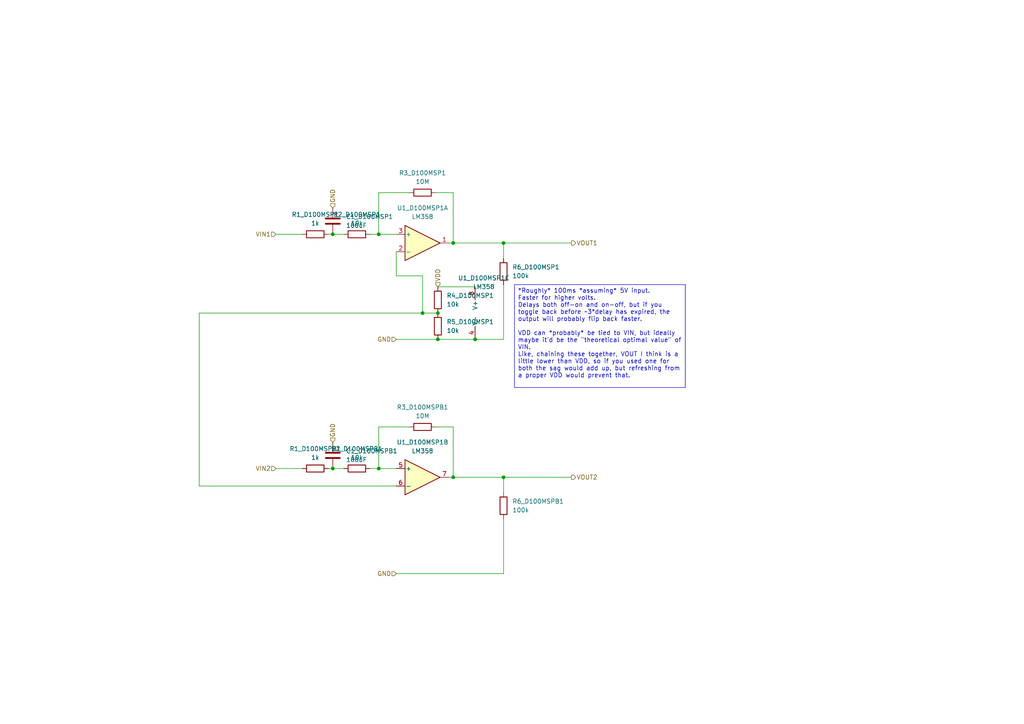
<source format=kicad_sch>
(kicad_sch (version 20230121) (generator eeschema)
  (paper "A4")
  (lib_symbols
    (symbol "Amplifier_Operational:LM358" (pin_names (offset 0.127))
      (property "Reference" "U" (at 0 5.08 0))
      (property "Value" "LM358" (at 0 -5.08 0))
      (symbol "LM358_1_1"
        (polyline (pts (xy -5.08 5.08) (xy 5.08 0) (xy -5.08 -5.08) (xy -5.08 5.08)) (stroke (width 0.254)) (fill (type background)))
        (pin output line (at 7.62 0 180) (length 2.54) (name "~") (number "1"))
        (pin input line (at -7.62 -2.54 0) (length 2.54) (name "-") (number "2"))
        (pin input line (at -7.62 2.54 0) (length 2.54) (name "+") (number "3"))
      )
      (symbol "LM358_2_1"
        (polyline (pts (xy -5.08 5.08) (xy 5.08 0) (xy -5.08 -5.08) (xy -5.08 5.08)) (stroke (width 0.254)) (fill (type background)))
        (pin input line (at -7.62 2.54 0) (length 2.54) (name "+") (number "5"))
        (pin input line (at -7.62 -2.54 0) (length 2.54) (name "-") (number "6"))
        (pin output line (at 7.62 0 180) (length 2.54) (name "~") (number "7"))
      )
      (symbol "LM358_3_1"
        (pin power_in line (at -2.54 -7.62 90) (length 3.81) (name "V-") (number "4"))
        (pin power_in line (at -2.54 7.62 270) (length 3.81) (name "V+") (number "8"))
      )
    )
    (symbol "Device:C" (pin_numbers hide) (pin_names (offset 0.254))
      (property "Reference" "C" (at 0.635 2.54 0))
      (property "Value" "C" (at 0.635 -2.54 0))
      (symbol "C_0_1"
        (polyline (pts (xy -2.032 -0.762) (xy 2.032 -0.762)) (stroke (width 0.508)))
        (polyline (pts (xy -2.032 0.762) (xy 2.032 0.762)) (stroke (width 0.508)))
      )
      (symbol "C_1_1"
        (pin passive line (at 0 3.81 270) (length 2.794) (name "~") (number "1"))
        (pin passive line (at 0 -3.81 90) (length 2.794) (name "~") (number "2"))
      )
    )
    (symbol "Device:R" (pin_numbers hide) (pin_names (offset 0))
      (property "Reference" "R" (at 2.032 0 90))
      (property "Value" "R" (at 0 0 90))
      (symbol "R_0_1"
        (rectangle (start -1.016 -2.54) (end 1.016 2.54) (stroke (width 0.254)))
      )
      (symbol "R_1_1"
        (pin passive line (at 0 3.81 270) (length 1.27) (name "~") (number "1"))
        (pin passive line (at 0 -3.81 90) (length 1.27) (name "~") (number "2"))
      )
    )
  )
  (junction (at 127 90.805))
  (junction (at 127 98.425))
  (junction (at 109.855 135.89))
  (junction (at 109.855 67.945))
  (junction (at 146.05 138.43))
  (junction (at 96.52 67.945))
  (junction (at 96.52 135.89))
  (junction (at 146.05 70.485))
  (junction (at 137.795 98.425))
  (junction (at 131.445 70.485))
  (junction (at 122.555 90.805))
  (junction (at 131.445 138.43))
  (wire (pts (xy 114.935 98.425) (xy 127 98.425)))
  (wire (pts (xy 96.52 135.89) (xy 99.695 135.89)))
  (wire (pts (xy 107.315 67.945) (xy 109.855 67.945)))
  (wire (pts (xy 109.855 135.89) (xy 114.935 135.89)))
  (wire (pts (xy 146.05 70.485) (xy 165.735 70.485)))
  (wire (pts (xy 57.785 90.805) (xy 122.555 90.805)))
  (wire (pts (xy 131.445 138.43) (xy 146.05 138.43)))
  (wire (pts (xy 96.52 67.945) (xy 99.695 67.945)))
  (wire (pts (xy 57.785 140.97) (xy 57.785 90.805)))
  (wire (pts (xy 95.25 135.89) (xy 96.52 135.89)))
  (wire (pts (xy 80.01 135.89) (xy 87.63 135.89)))
  (wire (pts (xy 131.445 70.485) (xy 146.05 70.485)))
  (wire (pts (xy 146.05 138.43) (xy 165.735 138.43)))
  (wire (pts (xy 127 98.425) (xy 137.795 98.425)))
  (wire (pts (xy 130.175 70.485) (xy 131.445 70.485)))
  (wire (pts (xy 118.745 55.88) (xy 109.855 55.88)))
  (wire (pts (xy 109.855 123.825) (xy 109.855 135.89)))
  (wire (pts (xy 137.795 98.425) (xy 146.05 98.425)))
  (wire (pts (xy 122.555 90.805) (xy 127 90.805)))
  (wire (pts (xy 126.365 55.88) (xy 131.445 55.88)))
  (wire (pts (xy 118.745 123.825) (xy 109.855 123.825)))
  (wire (pts (xy 146.05 70.485) (xy 146.05 74.93)))
  (wire (pts (xy 131.445 55.88) (xy 131.445 70.485)))
  (wire (pts (xy 146.05 82.55) (xy 146.05 98.425)))
  (wire (pts (xy 109.855 55.88) (xy 109.855 67.945)))
  (wire (pts (xy 126.365 123.825) (xy 131.445 123.825)))
  (wire (pts (xy 127 83.185) (xy 137.795 83.185)))
  (wire (pts (xy 114.935 140.97) (xy 57.785 140.97)))
  (wire (pts (xy 131.445 123.825) (xy 131.445 138.43)))
  (wire (pts (xy 107.315 135.89) (xy 109.855 135.89)))
  (wire (pts (xy 130.175 138.43) (xy 131.445 138.43)))
  (wire (pts (xy 114.935 73.025) (xy 114.935 80.01)))
  (wire (pts (xy 122.555 80.01) (xy 122.555 90.805)))
  (wire (pts (xy 109.855 67.945) (xy 114.935 67.945)))
  (wire (pts (xy 114.935 80.01) (xy 122.555 80.01)))
  (wire (pts (xy 146.05 138.43) (xy 146.05 142.875)))
  (wire (pts (xy 114.935 166.37) (xy 146.05 166.37)))
  (wire (pts (xy 146.05 150.495) (xy 146.05 166.37)))
  (wire (pts (xy 95.25 67.945) (xy 96.52 67.945)))
  (wire (pts (xy 80.01 67.945) (xy 87.63 67.945)))
  (text_box "*Roughly* 100ms *assuming* 5V input.\nFaster for higher volts.\nDelays both off-on and on-off, but if you toggle back before ~3*delay has expired, the output will probably flip back faster.\n\nVDD can *probably* be tied to VIN, but ideally maybe it'd be the \"theoretical optimal value\" of VIN.\nLike, chaining these together, VOUT I think is a little lower than VDD, so if you used one for both the sag would add up, but refreshing from a proper VDD would prevent that." (at 149.225 82.55 0) (size 49.53 29.845) (effects (font (size 1.27 1.27)) (justify left top)))
  (hierarchical_label "GND" (shape input) (at 96.52 60.325 90))
  (hierarchical_label "GND" (shape input) (at 114.935 166.37 180))
  (hierarchical_label "VIN2" (shape input) (at 80.01 135.89 180))
  (hierarchical_label "VIN1" (shape input) (at 80.01 67.945 180))
  (hierarchical_label "VOUT2" (shape output) (at 165.735 138.43 0))
  (hierarchical_label "GND" (shape input) (at 96.52 128.27 90))
  (hierarchical_label "VDD" (shape input) (at 127 83.185 90))
  (hierarchical_label "VOUT1" (shape output) (at 165.735 70.485 0))
  (hierarchical_label "GND" (shape input) (at 114.935 98.425 180))
  (symbol (lib_id "Device:R") (at 127 86.995 0) (unit 1)
    (property "Reference" "R4_D100MSP1" (at 129.54 85.725 0) (effects (justify left)))
    (property "Value" "10k" (at 129.54 88.265 0) (effects (justify left)))
    (property "Footprint" "Resistor_SMD:R_0402_1005Metric" (effects hide))
    (property "MFR" "0402WGF1002TCE" (effects hide))
    (property "LCSC" "C25744" (effects hide))
    (property "Description" "62.5mW Thick Film Resistors ±100ppm/℃ ±1% 10kΩ 0402  Chip Resistor - Surface Mount ROHS" (effects hide))
    (property "URL" "https://jlcpcb.com/partdetail/26487-0402WGF1002TCE/C25744" (effects hide))
  )
  (symbol (lib_id "Device:R") (at 146.05 78.74 180) (unit 1)
    (property "Reference" "R6_D100MSP1" (at 148.59 77.47 0) (effects (justify right)))
    (property "Value" "100k" (at 148.59 80.01 0) (effects (justify right)))
    (property "Footprint" "Resistor_SMD:R_0402_1005Metric" (effects hide))
    (property "MFR" "0402WGF1003TCE" (effects hide))
    (property "LCSC" "C25741" (effects hide))
    (property "Description" "62.5mW Thick Film Resistors ±100ppm/℃ ±1% 100kΩ 0402  Chip Resistor - Surface Mount ROHS" (effects hide))
    (property "URL" "https://jlcpcb.com/partdetail/26484-0402WGF1003TCE/C25741" (effects hide))
  )
  (symbol (lib_id "Device:R") (at 91.44 135.89 90) (unit 1)
    (property "Reference" "R1_D100MSPB1" (at 91.44 130.175 90))
    (property "Value" "1k" (at 91.44 132.715 90))
    (property "Footprint" "Resistor_SMD:R_0402_1005Metric" (effects hide))
    (property "MFR" "0402WGF1001TCE" (effects hide))
    (property "LCSC" "C11702" (effects hide))
    (property "Description" "62.5mW Thick Film Resistors ±100ppm/℃ ±1% 1kΩ 0402  Chip Resistor - Surface Mount ROHS" (effects hide))
    (property "URL" "https://jlcpcb.com/partdetail/12256-0402WGF1001TCE/C11702" (effects hide))
  )
  (symbol (lib_id "Device:R") (at 146.05 146.685 180) (unit 1)
    (property "Reference" "R6_D100MSPB1" (at 148.59 145.415 0) (effects (justify right)))
    (property "Value" "100k" (at 148.59 147.955 0) (effects (justify right)))
    (property "Footprint" "Resistor_SMD:R_0402_1005Metric" (effects hide))
    (property "MFR" "0402WGF1003TCE" (effects hide))
    (property "LCSC" "C25741" (effects hide))
    (property "Description" "62.5mW Thick Film Resistors ±100ppm/℃ ±1% 100kΩ 0402  Chip Resistor - Surface Mount ROHS" (effects hide))
    (property "URL" "https://jlcpcb.com/partdetail/26484-0402WGF1003TCE/C25741" (effects hide))
  )
  (symbol (lib_id "Device:R") (at 122.555 123.825 90) (unit 1)
    (property "Reference" "R3_D100MSPB1" (at 122.555 118.11 90))
    (property "Value" "10M" (at 122.555 120.65 90))
    (property "Footprint" "Resistor_SMD:R_0402_1005Metric" (effects hide))
    (property "MFR" "0402WGF1005TCE" (effects hide))
    (property "LCSC" "C26082" (effects hide))
    (property "Description" "62.5mW Thick Film Resistors ±1% ±200ppm/℃ 10MΩ 0402  Chip Resistor - Surface Mount ROHS" (effects hide))
    (property "URL" "https://jlcpcb.com/partdetail/26825-0402WGF1005TCE/C26082" (effects hide))
  )
  (symbol (lib_id "Device:R") (at 103.505 67.945 90) (unit 1)
    (property "Reference" "R2_D100MSP1" (at 103.505 62.23 90))
    (property "Value" "10k" (at 103.505 64.77 90))
    (property "Footprint" "Resistor_SMD:R_0402_1005Metric" (effects hide))
    (property "MFR" "0402WGF1002TCE" (effects hide))
    (property "LCSC" "C25744" (effects hide))
    (property "Description" "62.5mW Thick Film Resistors ±100ppm/℃ ±1% 10kΩ 0402  Chip Resistor - Surface Mount ROHS" (effects hide))
    (property "URL" "https://jlcpcb.com/partdetail/26487-0402WGF1002TCE/C25744" (effects hide))
  )
  (symbol (lib_id "Device:C") (at 96.52 64.135 0) (unit 1)
    (property "Reference" "C1_D100MSP1" (at 100.33 62.865 0) (effects (justify left)))
    (property "Value" "100uF" (at 100.33 65.405 0) (effects (justify left)))
    (property "Footprint" "Capacitor_SMD:C_1206_3216Metric" (effects hide))
    (property "MFR" "GRM31CR61A107MEA8L" (effects hide))
    (property "LCSC" "C883598" (effects hide))
    (property "Description" "10V 100uF X5R ±20% 1206  Multilayer Ceramic Capacitors MLCC - SMD/SMT ROHS" (effects hide))
    (property "URL" "https://jlcpcb.com/partdetail/948963-GRM31CR61A107MEA8L/C883598" (effects hide))
  )
  (symbol (lib_id "Amplifier_Operational:LM358") (at 140.335 90.805 0) (unit 3)
    (property "Reference" "U1_D100MSP1" (at 140.335 80.645 0))
    (property "Value" "LM358" (at 140.335 83.185 0))
    (property "Footprint" "Package_SO:SOIC-8_3.9x4.9mm_P1.27mm" (effects hide))
    (property "Datasheet" "http://www.ti.com/lit/ds/symlink/lm2904-n.pdf" (effects hide))
    (property "Sim.Library" "/home/erhannis/Downloads/LM358.lib" (effects hide))
    (property "Sim.Name" "LM358" (effects hide))
    (property "Sim.Device" "SUBCKT" (effects hide))
    (property "Sim.Pins" "1=28 2=2 3=1 4=50 8=99" (effects hide))
  )
  (symbol (lib_id "Device:C") (at 96.52 132.08 0) (unit 1)
    (property "Reference" "C1_D100MSPB1" (at 100.33 130.81 0) (effects (justify left)))
    (property "Value" "100uF" (at 100.33 133.35 0) (effects (justify left)))
    (property "Footprint" "Capacitor_SMD:C_1206_3216Metric" (effects hide))
    (property "MFR" "GRM31CR61A107MEA8L" (effects hide))
    (property "LCSC" "C883598" (effects hide))
    (property "Description" "10V 100uF X5R ±20% 1206  Multilayer Ceramic Capacitors MLCC - SMD/SMT ROHS" (effects hide))
    (property "URL" "https://jlcpcb.com/partdetail/948963-GRM31CR61A107MEA8L/C883598" (effects hide))
  )
  (symbol (lib_id "Amplifier_Operational:LM358") (at 122.555 70.485 0) (unit 1)
    (property "Reference" "U1_D100MSP1" (at 122.555 60.325 0))
    (property "Value" "LM358" (at 122.555 62.865 0))
    (property "Footprint" "Package_SO:SOIC-8_3.9x4.9mm_P1.27mm" (effects hide))
    (property "Datasheet" "http://www.ti.com/lit/ds/symlink/lm2904-n.pdf" (effects hide))
    (property "Sim.Library" "/home/erhannis/Downloads/LM358.lib" (effects hide))
    (property "Sim.Name" "LM358" (effects hide))
    (property "Sim.Device" "SUBCKT" (effects hide))
    (property "Sim.Pins" "1=28 2=2 3=1 4=50 8=99" (effects hide))
  )
  (symbol (lib_id "Amplifier_Operational:LM358") (at 122.555 138.43 0) (unit 2)
    (property "Reference" "U1_D100MSP1" (at 122.555 128.27 0))
    (property "Value" "LM358" (at 122.555 130.81 0))
    (property "Footprint" "Package_SO:SOIC-8_3.9x4.9mm_P1.27mm" (effects hide))
    (property "Datasheet" "http://www.ti.com/lit/ds/symlink/lm2904-n.pdf" (effects hide))
    (property "Sim.Library" "/home/erhannis/Downloads/LM358.lib" (effects hide))
    (property "Sim.Name" "LM358" (effects hide))
    (property "Sim.Device" "SUBCKT" (effects hide))
    (property "Sim.Pins" "1=28 2=2 3=1 4=50 8=99" (effects hide))
  )
  (symbol (lib_id "Device:R") (at 91.44 67.945 90) (unit 1)
    (property "Reference" "R1_D100MSP1" (at 91.44 62.23 90))
    (property "Value" "1k" (at 91.44 64.77 90))
    (property "Footprint" "Resistor_SMD:R_0402_1005Metric" (effects hide))
    (property "MFR" "0402WGF1001TCE" (effects hide))
    (property "LCSC" "C11702" (effects hide))
    (property "Description" "62.5mW Thick Film Resistors ±100ppm/℃ ±1% 1kΩ 0402  Chip Resistor - Surface Mount ROHS" (effects hide))
    (property "URL" "https://jlcpcb.com/partdetail/12256-0402WGF1001TCE/C11702" (effects hide))
  )
  (symbol (lib_id "Device:R") (at 103.505 135.89 90) (unit 1)
    (property "Reference" "R2_D100MSPB1" (at 103.505 130.175 90))
    (property "Value" "10k" (at 103.505 132.715 90))
    (property "Footprint" "Resistor_SMD:R_0402_1005Metric" (effects hide))
    (property "MFR" "0402WGF1002TCE" (effects hide))
    (property "LCSC" "C25744" (effects hide))
    (property "Description" "62.5mW Thick Film Resistors ±100ppm/℃ ±1% 10kΩ 0402  Chip Resistor - Surface Mount ROHS" (effects hide))
    (property "URL" "https://jlcpcb.com/partdetail/26487-0402WGF1002TCE/C25744" (effects hide))
  )
  (symbol (lib_id "Device:R") (at 127 94.615 0) (unit 1)
    (property "Reference" "R5_D100MSP1" (at 129.54 93.345 0) (effects (justify left)))
    (property "Value" "10k" (at 129.54 95.885 0) (effects (justify left)))
    (property "Footprint" "Resistor_SMD:R_0402_1005Metric" (effects hide))
    (property "MFR" "0402WGF1002TCE" (effects hide))
    (property "LCSC" "C25744" (effects hide))
    (property "Description" "62.5mW Thick Film Resistors ±100ppm/℃ ±1% 10kΩ 0402  Chip Resistor - Surface Mount ROHS" (effects hide))
    (property "URL" "https://jlcpcb.com/partdetail/26487-0402WGF1002TCE/C25744" (effects hide))
  )
  (symbol (lib_id "Device:R") (at 122.555 55.88 90) (unit 1)
    (property "Reference" "R3_D100MSP1" (at 122.555 50.165 90))
    (property "Value" "10M" (at 122.555 52.705 90))
    (property "Footprint" "Resistor_SMD:R_0402_1005Metric" (effects hide))
    (property "MFR" "0402WGF1005TCE" (effects hide))
    (property "LCSC" "C26082" (effects hide))
    (property "Description" "62.5mW Thick Film Resistors ±1% ±200ppm/℃ 10MΩ 0402  Chip Resistor - Surface Mount ROHS" (effects hide))
    (property "URL" "https://jlcpcb.com/partdetail/26825-0402WGF1005TCE/C26082" (effects hide))
  )
)
</source>
